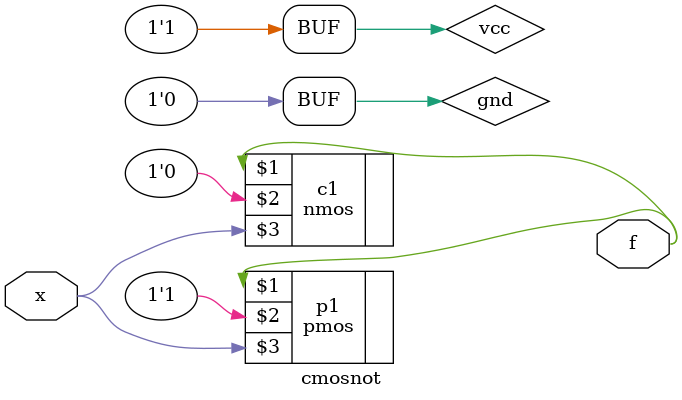
<source format=v>
module cmosnot(f,x);

input x;
output f;
 supply1 vcc;
 supply0 gnd;
  
 pmos p1(f,vcc,x);
 nmos c1(f,gnd,x);

endmodule

</source>
